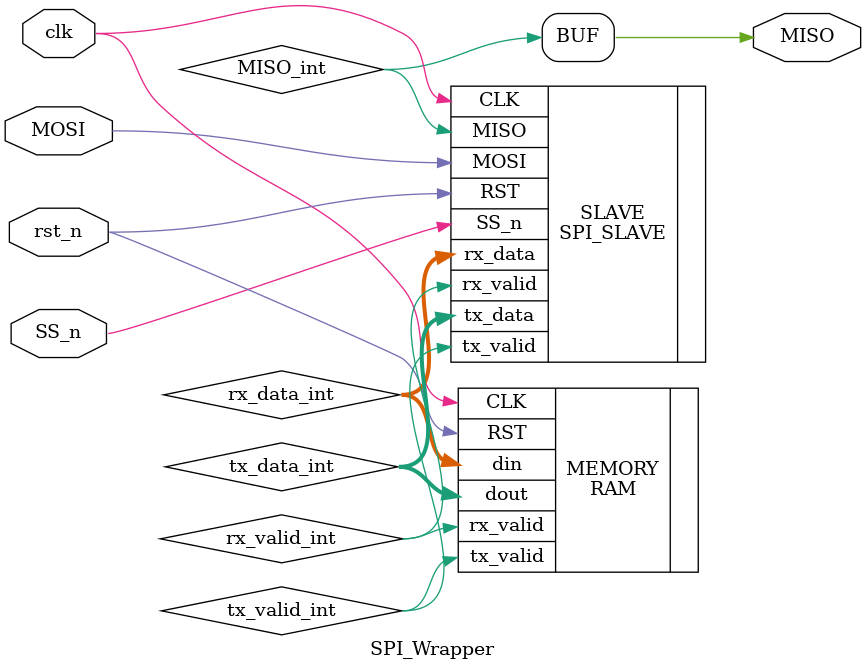
<source format=v>
module SPI_Wrapper #(parameter MEM_DEPTH = 256, ADDR_SIZE = 8) (
    input clk, rst_n, SS_n, MOSI,
    output MISO
);
    // internal signals
    wire rx_valid_int, tx_valid_int, MISO_int;
    wire [ADDR_SIZE - 1 : 0] tx_data_int;
    wire [ADDR_SIZE + 1 : 0] rx_data_int;

    // instantiation of the SPI Slave
    SPI_SLAVE #(.ADDR_SIZE(ADDR_SIZE)) SLAVE (.CLK(clk), .RST(rst_n), .SS_n(SS_n), .MOSI(MOSI),
    .tx_valid(tx_valid_int), .tx_data(tx_data_int), .MISO(MISO_int), .rx_valid(rx_valid_int), .rx_data(rx_data_int));

    // instantiation of the memory
    RAM #(.MEM_DEPTH(MEM_DEPTH), .ADDR_SIZE(ADDR_SIZE)) MEMORY (.CLK(clk), .RST(rst_n),
    .rx_valid(rx_valid_int), .din(rx_data_int), .tx_valid(tx_valid_int), .dout(tx_data_int));
    
    // output
    assign MISO = MISO_int;
endmodule

</source>
